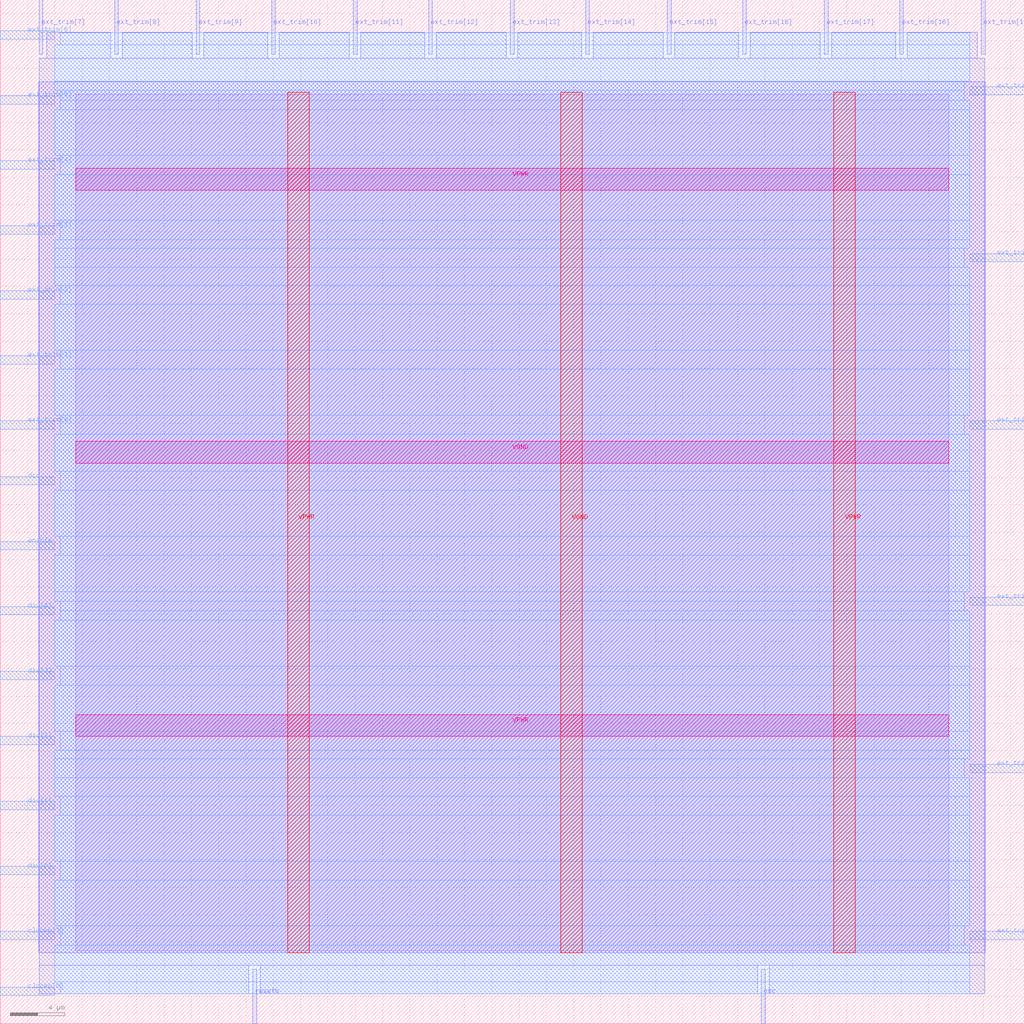
<source format=lef>
VERSION 5.7 ;
  NOWIREEXTENSIONATPIN ON ;
  DIVIDERCHAR "/" ;
  BUSBITCHARS "[]" ;
MACRO digital_pll
  CLASS BLOCK ;
  FOREIGN digital_pll ;
  ORIGIN 0.000 0.000 ;
  SIZE 75.000 BY 75.000 ;
  PIN VGND
    DIRECTION INPUT ;
    USE GROUND ;
    PORT
      LAYER met5 ;
        RECT 5.520 41.050 69.460 42.650 ;
    END
    PORT
      LAYER met4 ;
        RECT 41.040 5.200 42.640 68.240 ;
    END
  END VGND
  PIN VPWR
    DIRECTION INPUT ;
    USE POWER ;
    PORT
      LAYER met5 ;
        RECT 5.520 21.050 69.460 22.650 ;
    END
    PORT
      LAYER met5 ;
        RECT 5.520 61.050 69.460 62.650 ;
    END
    PORT
      LAYER met4 ;
        RECT 21.040 5.200 22.640 68.240 ;
    END
    PORT
      LAYER met4 ;
        RECT 61.040 5.200 62.640 68.240 ;
    END
  END VPWR
  PIN clockp[0]
    DIRECTION OUTPUT TRISTATE ;
    USE SIGNAL ;
    PORT
      LAYER met3 ;
        RECT 0.000 2.080 4.000 2.680 ;
    END
  END clockp[0]
  PIN clockp[1]
    DIRECTION OUTPUT TRISTATE ;
    USE SIGNAL ;
    PORT
      LAYER met3 ;
        RECT 0.000 6.160 4.000 6.760 ;
    END
  END clockp[1]
  PIN dco
    DIRECTION INPUT ;
    USE SIGNAL ;
    PORT
      LAYER met3 ;
        RECT 0.000 39.480 4.000 40.080 ;
    END
  END dco
  PIN div[0]
    DIRECTION INPUT ;
    USE SIGNAL ;
    PORT
      LAYER met3 ;
        RECT 0.000 10.920 4.000 11.520 ;
    END
  END div[0]
  PIN div[1]
    DIRECTION INPUT ;
    USE SIGNAL ;
    PORT
      LAYER met3 ;
        RECT 0.000 15.680 4.000 16.280 ;
    END
  END div[1]
  PIN div[2]
    DIRECTION INPUT ;
    USE SIGNAL ;
    PORT
      LAYER met3 ;
        RECT 0.000 20.440 4.000 21.040 ;
    END
  END div[2]
  PIN div[3]
    DIRECTION INPUT ;
    USE SIGNAL ;
    PORT
      LAYER met3 ;
        RECT 0.000 25.200 4.000 25.800 ;
    END
  END div[3]
  PIN div[4]
    DIRECTION INPUT ;
    USE SIGNAL ;
    PORT
      LAYER met3 ;
        RECT 0.000 29.960 4.000 30.560 ;
    END
  END div[4]
  PIN enable
    DIRECTION INPUT ;
    USE SIGNAL ;
    PORT
      LAYER met3 ;
        RECT 0.000 34.720 4.000 35.320 ;
    END
  END enable
  PIN ext_trim[0]
    DIRECTION INPUT ;
    USE SIGNAL ;
    PORT
      LAYER met3 ;
        RECT 0.000 43.560 4.000 44.160 ;
    END
  END ext_trim[0]
  PIN ext_trim[10]
    DIRECTION INPUT ;
    USE SIGNAL ;
    PORT
      LAYER met2 ;
        RECT 19.870 71.000 20.150 75.000 ;
    END
  END ext_trim[10]
  PIN ext_trim[11]
    DIRECTION INPUT ;
    USE SIGNAL ;
    PORT
      LAYER met2 ;
        RECT 25.850 71.000 26.130 75.000 ;
    END
  END ext_trim[11]
  PIN ext_trim[12]
    DIRECTION INPUT ;
    USE SIGNAL ;
    PORT
      LAYER met2 ;
        RECT 31.370 71.000 31.650 75.000 ;
    END
  END ext_trim[12]
  PIN ext_trim[13]
    DIRECTION INPUT ;
    USE SIGNAL ;
    PORT
      LAYER met2 ;
        RECT 37.350 71.000 37.630 75.000 ;
    END
  END ext_trim[13]
  PIN ext_trim[14]
    DIRECTION INPUT ;
    USE SIGNAL ;
    PORT
      LAYER met2 ;
        RECT 42.870 71.000 43.150 75.000 ;
    END
  END ext_trim[14]
  PIN ext_trim[15]
    DIRECTION INPUT ;
    USE SIGNAL ;
    PORT
      LAYER met2 ;
        RECT 48.850 71.000 49.130 75.000 ;
    END
  END ext_trim[15]
  PIN ext_trim[16]
    DIRECTION INPUT ;
    USE SIGNAL ;
    PORT
      LAYER met2 ;
        RECT 54.370 71.000 54.650 75.000 ;
    END
  END ext_trim[16]
  PIN ext_trim[17]
    DIRECTION INPUT ;
    USE SIGNAL ;
    PORT
      LAYER met2 ;
        RECT 60.350 71.000 60.630 75.000 ;
    END
  END ext_trim[17]
  PIN ext_trim[18]
    DIRECTION INPUT ;
    USE SIGNAL ;
    PORT
      LAYER met2 ;
        RECT 65.870 71.000 66.150 75.000 ;
    END
  END ext_trim[18]
  PIN ext_trim[19]
    DIRECTION INPUT ;
    USE SIGNAL ;
    PORT
      LAYER met2 ;
        RECT 71.850 71.000 72.130 75.000 ;
    END
  END ext_trim[19]
  PIN ext_trim[1]
    DIRECTION INPUT ;
    USE SIGNAL ;
    PORT
      LAYER met3 ;
        RECT 0.000 48.320 4.000 48.920 ;
    END
  END ext_trim[1]
  PIN ext_trim[20]
    DIRECTION INPUT ;
    USE SIGNAL ;
    PORT
      LAYER met3 ;
        RECT 71.000 68.040 75.000 68.640 ;
    END
  END ext_trim[20]
  PIN ext_trim[21]
    DIRECTION INPUT ;
    USE SIGNAL ;
    PORT
      LAYER met3 ;
        RECT 71.000 55.800 75.000 56.400 ;
    END
  END ext_trim[21]
  PIN ext_trim[22]
    DIRECTION INPUT ;
    USE SIGNAL ;
    PORT
      LAYER met3 ;
        RECT 71.000 43.560 75.000 44.160 ;
    END
  END ext_trim[22]
  PIN ext_trim[23]
    DIRECTION INPUT ;
    USE SIGNAL ;
    PORT
      LAYER met3 ;
        RECT 71.000 30.640 75.000 31.240 ;
    END
  END ext_trim[23]
  PIN ext_trim[24]
    DIRECTION INPUT ;
    USE SIGNAL ;
    PORT
      LAYER met3 ;
        RECT 71.000 18.400 75.000 19.000 ;
    END
  END ext_trim[24]
  PIN ext_trim[25]
    DIRECTION INPUT ;
    USE SIGNAL ;
    PORT
      LAYER met3 ;
        RECT 71.000 6.160 75.000 6.760 ;
    END
  END ext_trim[25]
  PIN ext_trim[2]
    DIRECTION INPUT ;
    USE SIGNAL ;
    PORT
      LAYER met3 ;
        RECT 0.000 53.080 4.000 53.680 ;
    END
  END ext_trim[2]
  PIN ext_trim[3]
    DIRECTION INPUT ;
    USE SIGNAL ;
    PORT
      LAYER met3 ;
        RECT 0.000 57.840 4.000 58.440 ;
    END
  END ext_trim[3]
  PIN ext_trim[4]
    DIRECTION INPUT ;
    USE SIGNAL ;
    PORT
      LAYER met3 ;
        RECT 0.000 62.600 4.000 63.200 ;
    END
  END ext_trim[4]
  PIN ext_trim[5]
    DIRECTION INPUT ;
    USE SIGNAL ;
    PORT
      LAYER met3 ;
        RECT 0.000 67.360 4.000 67.960 ;
    END
  END ext_trim[5]
  PIN ext_trim[6]
    DIRECTION INPUT ;
    USE SIGNAL ;
    PORT
      LAYER met3 ;
        RECT 0.000 72.120 4.000 72.720 ;
    END
  END ext_trim[6]
  PIN ext_trim[7]
    DIRECTION INPUT ;
    USE SIGNAL ;
    PORT
      LAYER met2 ;
        RECT 2.850 71.000 3.130 75.000 ;
    END
  END ext_trim[7]
  PIN ext_trim[8]
    DIRECTION INPUT ;
    USE SIGNAL ;
    PORT
      LAYER met2 ;
        RECT 8.370 71.000 8.650 75.000 ;
    END
  END ext_trim[8]
  PIN ext_trim[9]
    DIRECTION INPUT ;
    USE SIGNAL ;
    PORT
      LAYER met2 ;
        RECT 14.350 71.000 14.630 75.000 ;
    END
  END ext_trim[9]
  PIN osc
    DIRECTION INPUT ;
    USE SIGNAL ;
    PORT
      LAYER met2 ;
        RECT 55.750 0.000 56.030 4.000 ;
    END
  END osc
  PIN resetb
    DIRECTION INPUT ;
    USE SIGNAL ;
    PORT
      LAYER met2 ;
        RECT 18.490 0.000 18.770 4.000 ;
    END
  END resetb
  OBS
      LAYER li1 ;
        RECT 5.520 5.355 69.460 68.085 ;
      LAYER met1 ;
        RECT 2.830 5.200 72.150 68.980 ;
      LAYER met2 ;
        RECT 3.410 70.720 8.090 72.605 ;
        RECT 8.930 70.720 14.070 72.605 ;
        RECT 14.910 70.720 19.590 72.605 ;
        RECT 20.430 70.720 25.570 72.605 ;
        RECT 26.410 70.720 31.090 72.605 ;
        RECT 31.930 70.720 37.070 72.605 ;
        RECT 37.910 70.720 42.590 72.605 ;
        RECT 43.430 70.720 48.570 72.605 ;
        RECT 49.410 70.720 54.090 72.605 ;
        RECT 54.930 70.720 60.070 72.605 ;
        RECT 60.910 70.720 65.590 72.605 ;
        RECT 66.430 70.720 71.570 72.605 ;
        RECT 2.860 4.280 72.120 70.720 ;
        RECT 2.860 2.195 18.210 4.280 ;
        RECT 19.050 2.195 55.470 4.280 ;
        RECT 56.310 2.195 72.120 4.280 ;
      LAYER met3 ;
        RECT 4.400 71.720 71.000 72.585 ;
        RECT 4.000 69.040 71.000 71.720 ;
        RECT 4.000 68.360 70.600 69.040 ;
        RECT 4.400 67.640 70.600 68.360 ;
        RECT 4.400 66.960 71.000 67.640 ;
        RECT 4.000 63.600 71.000 66.960 ;
        RECT 4.400 62.200 71.000 63.600 ;
        RECT 4.000 58.840 71.000 62.200 ;
        RECT 4.400 57.440 71.000 58.840 ;
        RECT 4.000 56.800 71.000 57.440 ;
        RECT 4.000 55.400 70.600 56.800 ;
        RECT 4.000 54.080 71.000 55.400 ;
        RECT 4.400 52.680 71.000 54.080 ;
        RECT 4.000 49.320 71.000 52.680 ;
        RECT 4.400 47.920 71.000 49.320 ;
        RECT 4.000 44.560 71.000 47.920 ;
        RECT 4.400 43.160 70.600 44.560 ;
        RECT 4.000 40.480 71.000 43.160 ;
        RECT 4.400 39.080 71.000 40.480 ;
        RECT 4.000 35.720 71.000 39.080 ;
        RECT 4.400 34.320 71.000 35.720 ;
        RECT 4.000 31.640 71.000 34.320 ;
        RECT 4.000 30.960 70.600 31.640 ;
        RECT 4.400 30.240 70.600 30.960 ;
        RECT 4.400 29.560 71.000 30.240 ;
        RECT 4.000 26.200 71.000 29.560 ;
        RECT 4.400 24.800 71.000 26.200 ;
        RECT 4.000 21.440 71.000 24.800 ;
        RECT 4.400 20.040 71.000 21.440 ;
        RECT 4.000 19.400 71.000 20.040 ;
        RECT 4.000 18.000 70.600 19.400 ;
        RECT 4.000 16.680 71.000 18.000 ;
        RECT 4.400 15.280 71.000 16.680 ;
        RECT 4.000 11.920 71.000 15.280 ;
        RECT 4.400 10.520 71.000 11.920 ;
        RECT 4.000 7.160 71.000 10.520 ;
        RECT 4.400 5.760 70.600 7.160 ;
        RECT 4.000 3.080 71.000 5.760 ;
        RECT 4.400 2.215 71.000 3.080 ;
  END
END digital_pll
END LIBRARY


</source>
